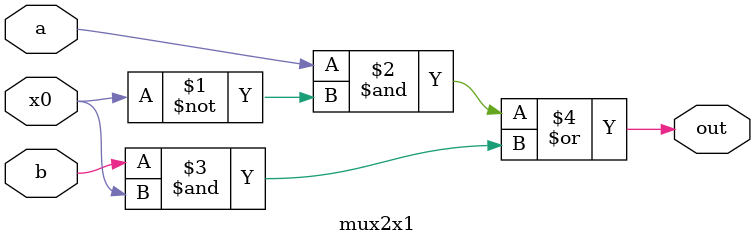
<source format=v>
module mux8x1 (a, b, c, d, e, f, g, h, x0, x1, x2, out);

	input a, b, c, d, e, f, g, h, x0, x1, x2;
	output out;	
	wire out1, out2;
	mux4x1 Mux4x1_1 (.a(a), .b(b), .c(c), .d(d), .x0(x0), .x1(x1), .out(out1));
	mux4x1 Mux4x1_2 (.a(e), .b(f), .c(g), .d(h), .x0(x0), .x1(x1), .out(out2));
	mux4x1 Mux4x1_3 (.a(out1), .b(out2), .c(0), .d(0), .x0(x2), .x1(0), .out(out));
	
endmodule

module mux4x1 (a, b, c, d, x0, x1, out);

	input a, b, c, d, x0, x1;
	output out;	
	wire out1, out2;
	mux2x1 Mux2x1_1 (.a(a), .b(b), .x0(x0), .out(out1));
	mux2x1 Mux2x1_2 (.a(c), .b(d), .x0(x0), .out(out2));
	mux2x1 Mux2x1_3 (.a(out1), .b(out2), .x0(x1), .out(out));

endmodule

module mux2x1 (a, b, x0, out);

	input a, b, x0;
	output out;
	assign out = (a & ~x0) | (b & x0);

endmodule

</source>
